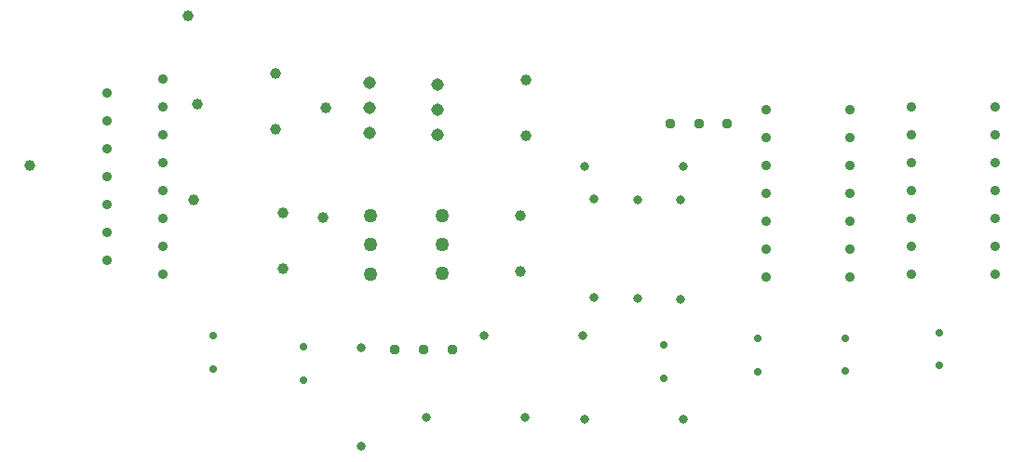
<source format=gbr>
%TF.GenerationSoftware,Altium Limited,Altium Designer,25.8.1 (18)*%
G04 Layer_Color=0*
%FSLAX45Y45*%
%MOMM*%
%TF.SameCoordinates,5194DE87-2E3A-4D0E-B7FB-1F2D01658319*%
%TF.FilePolarity,Positive*%
%TF.FileFunction,Plated,1,2,PTH,Drill*%
%TF.Part,Single*%
G01*
G75*
%TA.AperFunction,ComponentDrill*%
%ADD44C,0.70000*%
%ADD45C,0.90000*%
%ADD46C,0.80000*%
%ADD47C,0.80000*%
%ADD48C,1.14300*%
%ADD49C,0.95000*%
%ADD50C,1.00000*%
%ADD51C,1.27000*%
%TA.AperFunction,ViaDrill,NotFilled*%
%ADD52C,1.00000*%
D44*
X8763000Y6134100D02*
D03*
Y5834100D02*
D03*
X11264900Y6248400D02*
D03*
X10414000Y6197600D02*
D03*
X9613900Y6192800D02*
D03*
X5486400Y5816600D02*
D03*
X4660900Y5918200D02*
D03*
X9613900Y5892800D02*
D03*
X10414000Y5897600D02*
D03*
X11264900Y5948400D02*
D03*
X5486400Y6116600D02*
D03*
X4660900Y6218200D02*
D03*
D45*
X11772900Y6781800D02*
D03*
X10452100Y6756400D02*
D03*
X4203700Y7797800D02*
D03*
X3695700Y7670800D02*
D03*
X10452100Y7010400D02*
D03*
Y7264400D02*
D03*
Y7772400D02*
D03*
Y8026400D02*
D03*
X9690100Y8280400D02*
D03*
X11772900Y7035800D02*
D03*
Y7543800D02*
D03*
Y8051800D02*
D03*
X11010900Y8305800D02*
D03*
Y7797800D02*
D03*
Y7289800D02*
D03*
X9690100Y8026400D02*
D03*
X3695700Y7162800D02*
D03*
X10452100Y8280400D02*
D03*
Y7518400D02*
D03*
X9690100Y7772400D02*
D03*
Y7518400D02*
D03*
Y7264400D02*
D03*
Y7010400D02*
D03*
Y6756400D02*
D03*
X11772900Y8305800D02*
D03*
Y7797800D02*
D03*
Y7289800D02*
D03*
X11010900Y8051800D02*
D03*
Y7543800D02*
D03*
Y7035800D02*
D03*
Y6781800D02*
D03*
X4203700D02*
D03*
X3695700Y6908800D02*
D03*
X4203700Y7035800D02*
D03*
Y7289800D02*
D03*
X3695700Y7416800D02*
D03*
X4203700Y7543800D02*
D03*
X3695700Y7924800D02*
D03*
X4203700Y8051800D02*
D03*
X3695700Y8178800D02*
D03*
X4203700Y8305800D02*
D03*
X3695700Y8432800D02*
D03*
X4203700Y8559800D02*
D03*
D46*
X8026400Y6223000D02*
D03*
X8939100Y5461000D02*
D03*
X8039100D02*
D03*
X6604000Y5473700D02*
D03*
X7504000D02*
D03*
X8939100Y7759700D02*
D03*
X7126400Y6223000D02*
D03*
X8039100Y7759700D02*
D03*
D47*
X8128000Y7465900D02*
D03*
X8915400Y7453200D02*
D03*
X6007100Y6108700D02*
D03*
Y5208700D02*
D03*
X8915400Y6553200D02*
D03*
X8128000Y6565900D02*
D03*
X8521700Y6554900D02*
D03*
Y7454900D02*
D03*
D48*
X6705600Y8051800D02*
D03*
X6083300Y8064500D02*
D03*
X6705600Y8509000D02*
D03*
X6083300Y8521700D02*
D03*
Y8293100D02*
D03*
X6705600Y8280400D02*
D03*
D49*
X6838600Y6096000D02*
D03*
X9340500Y8153500D02*
D03*
X8820500D02*
D03*
X9080500D02*
D03*
X6578600Y6096000D02*
D03*
X6318600D02*
D03*
D50*
X7505700Y8547100D02*
D03*
X5232400Y8610600D02*
D03*
X7454900Y6807200D02*
D03*
X5295900Y6832600D02*
D03*
Y7340600D02*
D03*
X7454900Y7315200D02*
D03*
X7505700Y8039100D02*
D03*
X5232400Y8102600D02*
D03*
D51*
X6096000Y7309800D02*
D03*
X6743700Y6784500D02*
D03*
X6096000Y6781800D02*
D03*
Y7045800D02*
D03*
X6743700Y7312500D02*
D03*
Y7048500D02*
D03*
D52*
X4483100Y7454900D02*
D03*
X5665229Y7291025D02*
D03*
X5689600Y8293100D02*
D03*
X4521200Y8331200D02*
D03*
X4432300Y9131300D02*
D03*
X2997200Y7772400D02*
D03*
%TF.MD5,fae96e327ebbc36ef1dffa57e2751829*%
M02*

</source>
